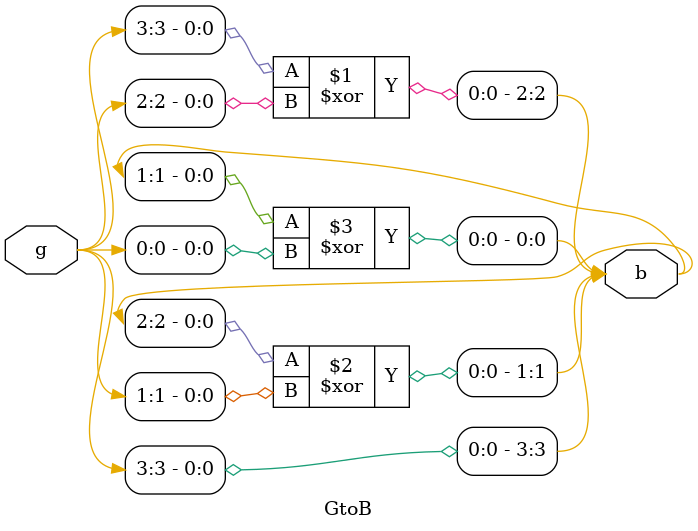
<source format=v>
`timescale 1ns / 1ps

module GtoB(
    input [3:0]g,
    output [3:0]b
    );
    assign b[3] = g[3];
    assign b[2] = g[3] ^ g[2];
    assign b[1] = b[2] ^ g[1];
    assign b[0] = b[1] ^ g[0];
endmodule

</source>
